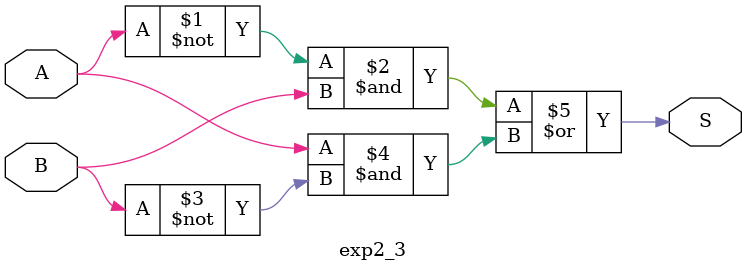
<source format=v>
module exp2_3 (input A, B, output S);
assign S = (~A & B) | (A & ~B);
endmodule
</source>
